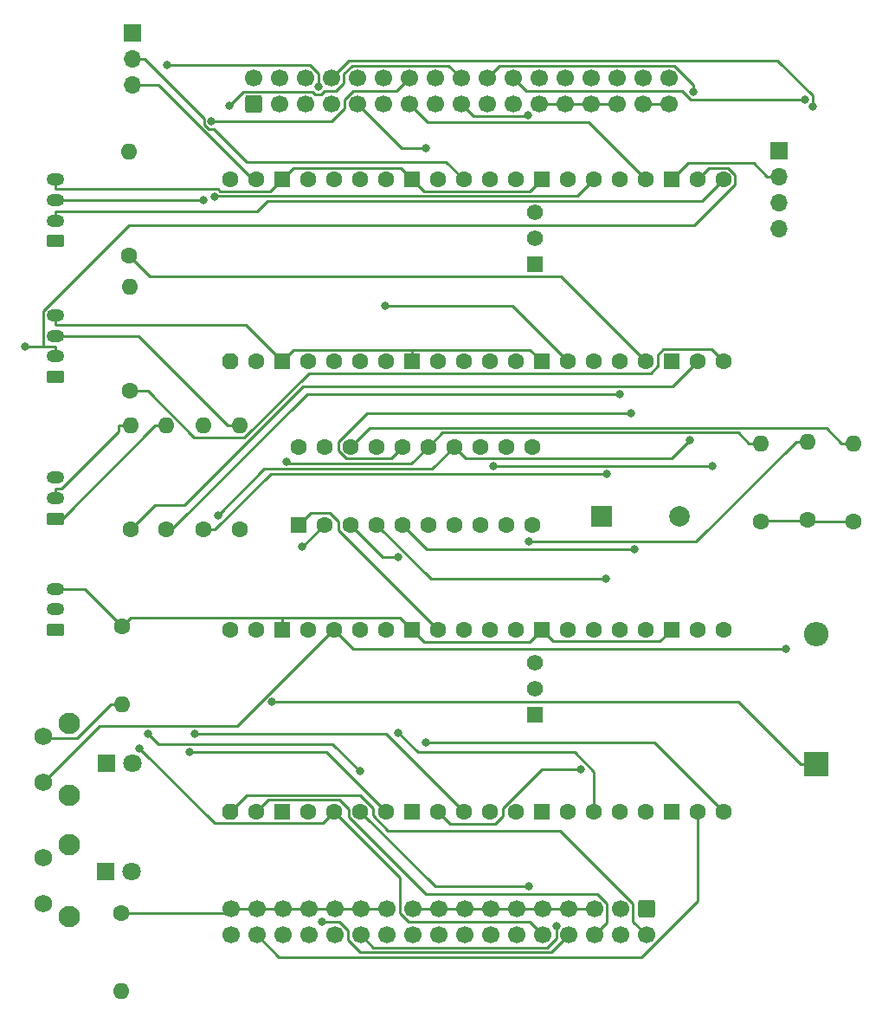
<source format=gbr>
%TF.GenerationSoftware,KiCad,Pcbnew,9.0.0*%
%TF.CreationDate,2025-03-03T15:33:34+01:00*%
%TF.ProjectId,X68KFDPI2,5836384b-4644-4504-9932-2e6b69636164,rev?*%
%TF.SameCoordinates,Original*%
%TF.FileFunction,Copper,L2,Bot*%
%TF.FilePolarity,Positive*%
%FSLAX46Y46*%
G04 Gerber Fmt 4.6, Leading zero omitted, Abs format (unit mm)*
G04 Created by KiCad (PCBNEW 9.0.0) date 2025-03-03 15:33:34*
%MOMM*%
%LPD*%
G01*
G04 APERTURE LIST*
G04 Aperture macros list*
%AMRoundRect*
0 Rectangle with rounded corners*
0 $1 Rounding radius*
0 $2 $3 $4 $5 $6 $7 $8 $9 X,Y pos of 4 corners*
0 Add a 4 corners polygon primitive as box body*
4,1,4,$2,$3,$4,$5,$6,$7,$8,$9,$2,$3,0*
0 Add four circle primitives for the rounded corners*
1,1,$1+$1,$2,$3*
1,1,$1+$1,$4,$5*
1,1,$1+$1,$6,$7*
1,1,$1+$1,$8,$9*
0 Add four rect primitives between the rounded corners*
20,1,$1+$1,$2,$3,$4,$5,0*
20,1,$1+$1,$4,$5,$6,$7,0*
20,1,$1+$1,$6,$7,$8,$9,0*
20,1,$1+$1,$8,$9,$2,$3,0*%
%AMFreePoly0*
4,1,25,0.335306,0.780194,0.389950,0.741421,0.741421,0.389950,0.788777,0.314585,0.800000,0.248529,0.800000,-0.248529,0.780194,-0.335306,0.741421,-0.389950,0.389950,-0.741421,0.314585,-0.788777,0.248529,-0.800000,-0.248529,-0.800000,-0.335306,-0.780194,-0.389950,-0.741421,-0.741421,-0.389950,-0.788777,-0.314585,-0.800000,-0.248529,-0.800000,0.248529,-0.780194,0.335306,-0.741421,0.389950,
-0.389950,0.741421,-0.314585,0.788777,-0.248529,0.800000,0.248529,0.800000,0.335306,0.780194,0.335306,0.780194,$1*%
G04 Aperture macros list end*
%TA.AperFunction,ComponentPad*%
%ADD10RoundRect,0.250000X0.625000X-0.350000X0.625000X0.350000X-0.625000X0.350000X-0.625000X-0.350000X0*%
%TD*%
%TA.AperFunction,ComponentPad*%
%ADD11O,1.750000X1.200000*%
%TD*%
%TA.AperFunction,ComponentPad*%
%ADD12C,1.600000*%
%TD*%
%TA.AperFunction,ComponentPad*%
%ADD13O,1.600000X1.600000*%
%TD*%
%TA.AperFunction,ComponentPad*%
%ADD14FreePoly0,90.000000*%
%TD*%
%TA.AperFunction,ComponentPad*%
%ADD15RoundRect,0.200000X0.600000X-0.600000X0.600000X0.600000X-0.600000X0.600000X-0.600000X-0.600000X0*%
%TD*%
%TA.AperFunction,ComponentPad*%
%ADD16R,1.574800X1.574800*%
%TD*%
%TA.AperFunction,ComponentPad*%
%ADD17C,1.574800*%
%TD*%
%TA.AperFunction,ComponentPad*%
%ADD18R,1.700000X1.700000*%
%TD*%
%TA.AperFunction,ComponentPad*%
%ADD19O,1.700000X1.700000*%
%TD*%
%TA.AperFunction,ComponentPad*%
%ADD20RoundRect,0.250000X0.550000X-0.550000X0.550000X0.550000X-0.550000X0.550000X-0.550000X-0.550000X0*%
%TD*%
%TA.AperFunction,ComponentPad*%
%ADD21RoundRect,0.250000X-0.600000X0.600000X-0.600000X-0.600000X0.600000X-0.600000X0.600000X0.600000X0*%
%TD*%
%TA.AperFunction,ComponentPad*%
%ADD22C,1.700000*%
%TD*%
%TA.AperFunction,ComponentPad*%
%ADD23R,1.800000X1.800000*%
%TD*%
%TA.AperFunction,ComponentPad*%
%ADD24C,1.800000*%
%TD*%
%TA.AperFunction,ComponentPad*%
%ADD25R,2.400000X2.400000*%
%TD*%
%TA.AperFunction,ComponentPad*%
%ADD26O,2.400000X2.400000*%
%TD*%
%TA.AperFunction,ComponentPad*%
%ADD27RoundRect,0.250000X0.600000X-0.600000X0.600000X0.600000X-0.600000X0.600000X-0.600000X-0.600000X0*%
%TD*%
%TA.AperFunction,ComponentPad*%
%ADD28C,2.100000*%
%TD*%
%TA.AperFunction,ComponentPad*%
%ADD29C,1.750000*%
%TD*%
%TA.AperFunction,ComponentPad*%
%ADD30R,2.000000X2.000000*%
%TD*%
%TA.AperFunction,ComponentPad*%
%ADD31C,2.000000*%
%TD*%
%TA.AperFunction,ViaPad*%
%ADD32C,0.800000*%
%TD*%
%TA.AperFunction,Conductor*%
%ADD33C,0.250000*%
%TD*%
G04 APERTURE END LIST*
D10*
%TO.P,J7,1,Pin_1*%
%TO.N,LED0R*%
X72900000Y-94235000D03*
D11*
%TO.P,J7,2,Pin_2*%
%TO.N,Net-(J7-Pin_2)*%
X72900000Y-92235000D03*
%TO.P,J7,3,Pin_3*%
%TO.N,GND*%
X72900000Y-90235000D03*
%TD*%
D12*
%TO.P,R2,1*%
%TO.N,LED_F1_Red*%
X80125000Y-81775000D03*
D13*
%TO.P,R2,2*%
%TO.N,Net-(J8-Pin_2)*%
X80125000Y-71615000D03*
%TD*%
D14*
%TO.P,U1,1,GPIO0*%
%TO.N,unconnected-(U1-GPIO0-Pad1)*%
X89960000Y-78880000D03*
D12*
%TO.P,U1,2,GPIO1*%
%TO.N,unconnected-(U1-GPIO1-Pad2)*%
X92500000Y-78880000D03*
D15*
%TO.P,U1,3,GND*%
%TO.N,GND*%
X95040000Y-78880000D03*
D12*
%TO.P,U1,4,GPIO2*%
%TO.N,~{OPT0}*%
X97580000Y-78880000D03*
%TO.P,U1,5,GPIO3*%
%TO.N,~{OPT1}*%
X100120000Y-78880000D03*
%TO.P,U1,6,GPIO4*%
%TO.N,~{OPT2}*%
X102660000Y-78880000D03*
%TO.P,U1,7,GPIO5*%
%TO.N,~{OPT3}*%
X105200000Y-78880000D03*
D15*
%TO.P,U1,8,GND*%
%TO.N,GND*%
X107740000Y-78880000D03*
D12*
%TO.P,U1,9,GPIO6*%
%TO.N,~{EJECT}*%
X110280000Y-78880000D03*
%TO.P,U1,10,GPIO7*%
%TO.N,~{INSERTED}*%
X112820000Y-78880000D03*
%TO.P,U1,11,GPIO8*%
%TO.N,~{FDDINT}*%
X115360000Y-78880000D03*
%TO.P,U1,12,GPIO9*%
%TO.N,~{ERROR}*%
X117900000Y-78880000D03*
D15*
%TO.P,U1,13,GND*%
%TO.N,GND*%
X120440000Y-78880000D03*
D12*
%TO.P,U1,14,GPIO10*%
%TO.N,~{EjectMSK}*%
X122980000Y-78880000D03*
%TO.P,U1,15,GPIO11*%
%TO.N,~{MOTOR}*%
X125520000Y-78880000D03*
%TO.P,U1,16,GPIO12*%
%TO.N,LEDFD0*%
X128060000Y-78880000D03*
%TO.P,U1,17,GPIO13*%
%TO.N,LEDFD1*%
X130600000Y-78880000D03*
D15*
%TO.P,U1,18,GND*%
%TO.N,GND*%
X133140000Y-78880000D03*
D12*
%TO.P,U1,19,GPIO14*%
%TO.N,LED_F0_Red*%
X135680000Y-78880000D03*
%TO.P,U1,20,GPIO15*%
%TO.N,LED_F1_Red*%
X138220000Y-78880000D03*
%TO.P,U1,21,GPIO16*%
%TO.N,BT_FD0*%
X138220000Y-61100000D03*
%TO.P,U1,22,GPIO17*%
%TO.N,BT_FD1*%
X135680000Y-61100000D03*
D15*
%TO.P,U1,23,GND*%
%TO.N,GND*%
X133140000Y-61100000D03*
D12*
%TO.P,U1,24,GPIO18*%
%TO.N,~{LED_BLINK}*%
X130600000Y-61100000D03*
%TO.P,U1,25,GPIO19*%
%TO.N,BT__LED_FD0*%
X128060000Y-61100000D03*
%TO.P,U1,26,GPIO20*%
%TO.N,BT__LED_FD1*%
X125520000Y-61100000D03*
%TO.P,U1,27,GPIO21*%
%TO.N,FD0_En*%
X122980000Y-61100000D03*
D15*
%TO.P,U1,28,GND*%
%TO.N,GND*%
X120440000Y-61100000D03*
D12*
%TO.P,U1,29,GPIO22*%
%TO.N,FD1_En*%
X117900000Y-61100000D03*
%TO.P,U1,30,RUN*%
%TO.N,unconnected-(U1-RUN-Pad30)*%
X115360000Y-61100000D03*
%TO.P,U1,31,GPIO26_ADC0*%
%TO.N,Int{slash}Ext*%
X112820000Y-61100000D03*
%TO.P,U1,32,GPIO27_ADC1*%
%TO.N,unconnected-(U1-GPIO27_ADC1-Pad32)_1*%
X110280000Y-61100000D03*
D15*
%TO.P,U1,33,AGND*%
%TO.N,GND*%
X107740000Y-61100000D03*
D12*
%TO.P,U1,34,GPIO28_ADC2*%
%TO.N,unconnected-(U1-GPIO28_ADC2-Pad34)_1*%
X105200000Y-61100000D03*
%TO.P,U1,35,ADC_VREF*%
%TO.N,unconnected-(U1-ADC_VREF-Pad35)*%
X102660000Y-61100000D03*
%TO.P,U1,36,3V3*%
%TO.N,unconnected-(U1-3V3-Pad36)*%
X100120000Y-61100000D03*
%TO.P,U1,37,3V3_EN*%
%TO.N,unconnected-(U1-3V3_EN-Pad37)*%
X97580000Y-61100000D03*
D15*
%TO.P,U1,38,GND*%
%TO.N,GND*%
X95040000Y-61100000D03*
D12*
%TO.P,U1,39,VSYS*%
%TO.N,5vtoPico*%
X92500000Y-61100000D03*
%TO.P,U1,40,VBUS*%
%TO.N,unconnected-(U1-VBUS-Pad40)_1*%
X89960000Y-61100000D03*
D16*
%TO.P,U1,41,SWCLK*%
%TO.N,unconnected-(U1-SWCLK-Pad41)*%
X119790000Y-69405800D03*
D17*
%TO.P,U1,42,GND*%
%TO.N,GND*%
X119790000Y-66865800D03*
%TO.P,U1,43,SWDIO*%
%TO.N,unconnected-(U1-SWDIO-Pad43)*%
X119790000Y-64325800D03*
%TD*%
D12*
%TO.P,R7,1*%
%TO.N,GND*%
X79400000Y-104765000D03*
D13*
%TO.P,R7,2*%
%TO.N,BT_FD0*%
X79400000Y-112385000D03*
%TD*%
D12*
%TO.P,R5,1*%
%TO.N,BT__LED_FD0*%
X87300000Y-95325000D03*
D13*
%TO.P,R5,2*%
%TO.N,Net-(J3-Pin_3)*%
X87300000Y-85165000D03*
%TD*%
D10*
%TO.P,J4,1,Pin_1*%
%TO.N,5vtoPico*%
X72900000Y-80385000D03*
D11*
%TO.P,J4,2,Pin_2*%
%TO.N,BT_FD1*%
X72900000Y-78385000D03*
%TO.P,J4,3,Pin_3*%
%TO.N,Net-(J4-Pin_3)*%
X72900000Y-76385000D03*
%TO.P,J4,4,Pin_4*%
%TO.N,GND*%
X72900000Y-74385000D03*
%TD*%
D18*
%TO.P,J9,1,Pin_1*%
%TO.N,+5V*%
X143650000Y-58250000D03*
D19*
%TO.P,J9,2,Pin_2*%
%TO.N,GND*%
X143650000Y-60790000D03*
%TO.P,J9,3,Pin_3*%
X143650000Y-63330000D03*
%TO.P,J9,4,Pin_4*%
%TO.N,unconnected-(J9-Pin_4-Pad4)*%
X143650000Y-65870000D03*
%TD*%
D12*
%TO.P,R1,1*%
%TO.N,LEDFD1*%
X80075000Y-68555000D03*
D13*
%TO.P,R1,2*%
%TO.N,LED1R*%
X80075000Y-58395000D03*
%TD*%
D20*
%TO.P,U2,1,A->B*%
%TO.N,LVC245_EN*%
X96650000Y-94825000D03*
D12*
%TO.P,U2,2,A0*%
%TO.N,~{INDEX3v3}*%
X99190000Y-94825000D03*
%TO.P,U2,3,A1*%
%TO.N,~{TRK03v3}*%
X101730000Y-94825000D03*
%TO.P,U2,4,A2*%
%TO.N,~{WPROT3v3}*%
X104270000Y-94825000D03*
%TO.P,U2,5,A3*%
%TO.N,~{RDATA3v3}*%
X106810000Y-94825000D03*
%TO.P,U2,6,A4*%
%TO.N,~{RDY3v3}*%
X109350000Y-94825000D03*
%TO.P,U2,7,A5*%
%TO.N,unconnected-(U2-A5-Pad7)*%
X111890000Y-94825000D03*
%TO.P,U2,8,A6*%
%TO.N,unconnected-(U2-A6-Pad8)*%
X114430000Y-94825000D03*
%TO.P,U2,9,A7*%
%TO.N,unconnected-(U2-A7-Pad9)*%
X116970000Y-94825000D03*
%TO.P,U2,10,GND*%
%TO.N,GND*%
X119510000Y-94825000D03*
%TO.P,U2,11,B7*%
%TO.N,unconnected-(U2-B7-Pad11)*%
X119510000Y-87205000D03*
%TO.P,U2,12,B6*%
%TO.N,unconnected-(U2-B6-Pad12)*%
X116970000Y-87205000D03*
%TO.P,U2,13,B5*%
%TO.N,unconnected-(U2-B5-Pad13)*%
X114430000Y-87205000D03*
%TO.P,U2,14,B4*%
%TO.N,~{RDY}*%
X111890000Y-87205000D03*
%TO.P,U2,15,B3*%
%TO.N,~{RDATA}*%
X109350000Y-87205000D03*
%TO.P,U2,16,B2*%
%TO.N,~{WPROT}*%
X106810000Y-87205000D03*
%TO.P,U2,17,B1*%
%TO.N,~{TRK0}*%
X104270000Y-87205000D03*
%TO.P,U2,18,B0*%
%TO.N,~{INDEX}*%
X101730000Y-87205000D03*
%TO.P,U2,19,CE*%
%TO.N,GND*%
X99190000Y-87205000D03*
%TO.P,U2,20,VCC*%
%TO.N,+3.3V*%
X96650000Y-87205000D03*
%TD*%
%TO.P,R8,1*%
%TO.N,GND*%
X79275000Y-132825000D03*
D13*
%TO.P,R8,2*%
%TO.N,BT_FD1*%
X79275000Y-140445000D03*
%TD*%
D12*
%TO.P,R4,1*%
%TO.N,LEDFD0*%
X83700000Y-95325000D03*
D13*
%TO.P,R4,2*%
%TO.N,LED0R*%
X83700000Y-85165000D03*
%TD*%
D12*
%TO.P,R3,1*%
%TO.N,LED_F0_Red*%
X80200000Y-95325000D03*
D13*
%TO.P,R3,2*%
%TO.N,Net-(J7-Pin_2)*%
X80200000Y-85165000D03*
%TD*%
D12*
%TO.P,R9,1*%
%TO.N,5vtoPico*%
X141825000Y-94495000D03*
D13*
%TO.P,R9,2*%
%TO.N,~{RDATA}*%
X141825000Y-86875000D03*
%TD*%
D21*
%TO.P,J1,1,Pin_1*%
%TO.N,GND*%
X130685000Y-132385000D03*
D22*
%TO.P,J1,2,Pin_2*%
%TO.N,~{DENSITY}*%
X130685000Y-134925000D03*
%TO.P,J1,3,Pin_3*%
%TO.N,unconnected-(J1-Pin_3-Pad3)*%
X128145000Y-132385000D03*
%TO.P,J1,4,Pin_4*%
%TO.N,unconnected-(J1-Pin_4-Pad4)*%
X128145000Y-134925000D03*
%TO.P,J1,5,Pin_5*%
%TO.N,GND*%
X125605000Y-132385000D03*
%TO.P,J1,6,Pin_6*%
%TO.N,~{DS3}*%
X125605000Y-134925000D03*
%TO.P,J1,7,Pin_7*%
%TO.N,GND*%
X123065000Y-132385000D03*
%TO.P,J1,8,Pin_8*%
%TO.N,~{INDEX}*%
X123065000Y-134925000D03*
%TO.P,J1,9,Pin_9*%
%TO.N,GND*%
X120525000Y-132385000D03*
%TO.P,J1,10,Pin_10*%
%TO.N,~{DS0}*%
X120525000Y-134925000D03*
%TO.P,J1,11,Pin_11*%
%TO.N,GND*%
X117985000Y-132385000D03*
%TO.P,J1,12,Pin_12*%
%TO.N,~{DS1}*%
X117985000Y-134925000D03*
%TO.P,J1,13,Pin_13*%
%TO.N,GND*%
X115445000Y-132385000D03*
%TO.P,J1,14,Pin_14*%
%TO.N,~{DS2}*%
X115445000Y-134925000D03*
%TO.P,J1,15,Pin_15*%
%TO.N,GND*%
X112905000Y-132385000D03*
%TO.P,J1,16,Pin_16*%
%TO.N,~{MOTOR}*%
X112905000Y-134925000D03*
%TO.P,J1,17,Pin_17*%
%TO.N,GND*%
X110365000Y-132385000D03*
%TO.P,J1,18,Pin_18*%
%TO.N,~{DIR}*%
X110365000Y-134925000D03*
%TO.P,J1,19,Pin_19*%
%TO.N,GND*%
X107825000Y-132385000D03*
%TO.P,J1,20,Pin_20*%
%TO.N,~{STEP}*%
X107825000Y-134925000D03*
%TO.P,J1,21,Pin_21*%
%TO.N,GND*%
X105285000Y-132385000D03*
%TO.P,J1,22,Pin_22*%
%TO.N,~{WDATA}*%
X105285000Y-134925000D03*
%TO.P,J1,23,Pin_23*%
%TO.N,GND*%
X102745000Y-132385000D03*
%TO.P,J1,24,Pin_24*%
%TO.N,~{WGATE}*%
X102745000Y-134925000D03*
%TO.P,J1,25,Pin_25*%
%TO.N,GND*%
X100205000Y-132385000D03*
%TO.P,J1,26,Pin_26*%
%TO.N,~{TRK0}*%
X100205000Y-134925000D03*
%TO.P,J1,27,Pin_27*%
%TO.N,GND*%
X97665000Y-132385000D03*
%TO.P,J1,28,Pin_28*%
%TO.N,~{WPROT}*%
X97665000Y-134925000D03*
%TO.P,J1,29,Pin_29*%
%TO.N,GND*%
X95125000Y-132385000D03*
%TO.P,J1,30,Pin_30*%
%TO.N,~{RDATA}*%
X95125000Y-134925000D03*
%TO.P,J1,31,Pin_31*%
%TO.N,GND*%
X92585000Y-132385000D03*
%TO.P,J1,32,Pin_32*%
%TO.N,~{SIDE}*%
X92585000Y-134925000D03*
%TO.P,J1,33,Pin_33*%
%TO.N,GND*%
X90045000Y-132385000D03*
%TO.P,J1,34,Pin_34*%
%TO.N,~{RDY}*%
X90045000Y-134925000D03*
%TD*%
D14*
%TO.P,RP1,1,G0*%
%TO.N,~{DENSITY}*%
X89960000Y-122880000D03*
D12*
%TO.P,RP1,2,G1*%
%TO.N,~{DS3}*%
X92500000Y-122880000D03*
D15*
%TO.P,RP1,3,GND*%
%TO.N,GND*%
X95040000Y-122880000D03*
D12*
%TO.P,RP1,4,G2*%
%TO.N,~{INDEX3v3}*%
X97580000Y-122880000D03*
%TO.P,RP1,5,G3*%
%TO.N,~{DS0}*%
X100120000Y-122880000D03*
%TO.P,RP1,6,G4*%
%TO.N,~{DS1}*%
X102660000Y-122880000D03*
%TO.P,RP1,7,G5*%
%TO.N,~{DS2}*%
X105200000Y-122880000D03*
D15*
%TO.P,RP1,8,GND*%
%TO.N,GND*%
X107740000Y-122880000D03*
D12*
%TO.P,RP1,9,G6*%
%TO.N,~{MOTOR}*%
X110280000Y-122880000D03*
%TO.P,RP1,10,G7*%
%TO.N,~{DIR}*%
X112820000Y-122880000D03*
%TO.P,RP1,11,G8*%
%TO.N,~{STEP}*%
X115360000Y-122880000D03*
%TO.P,RP1,12,G9*%
%TO.N,~{WDATA}*%
X117900000Y-122880000D03*
D15*
%TO.P,RP1,13,GND*%
%TO.N,GND*%
X120440000Y-122880000D03*
D12*
%TO.P,RP1,14,G10*%
%TO.N,~{WGATE}*%
X122980000Y-122880000D03*
%TO.P,RP1,15,G11*%
%TO.N,~{TRK03v3}*%
X125520000Y-122880000D03*
%TO.P,RP1,16,G12*%
%TO.N,~{WPROT3v3}*%
X128060000Y-122880000D03*
%TO.P,RP1,17,G13*%
%TO.N,~{RDATA3v3}*%
X130600000Y-122880000D03*
D15*
%TO.P,RP1,18,GND*%
%TO.N,GND*%
X133140000Y-122880000D03*
D12*
%TO.P,RP1,19,G14*%
%TO.N,~{SIDE}*%
X135680000Y-122880000D03*
%TO.P,RP1,20,G15*%
%TO.N,~{RDY3v3}*%
X138220000Y-122880000D03*
%TO.P,RP1,21,G16*%
%TO.N,MISO*%
X138220000Y-105100000D03*
%TO.P,RP1,22,G17*%
%TO.N,CS*%
X135680000Y-105100000D03*
D15*
%TO.P,RP1,23,GND*%
%TO.N,GND*%
X133140000Y-105100000D03*
D12*
%TO.P,RP1,24,G18*%
%TO.N,SCK*%
X130600000Y-105100000D03*
%TO.P,RP1,25,G19*%
%TO.N,MOSI*%
X128060000Y-105100000D03*
%TO.P,RP1,26,G20*%
%TO.N,Buzzer*%
X125520000Y-105100000D03*
%TO.P,RP1,27,G21*%
%TO.N,FD0_En*%
X122980000Y-105100000D03*
D15*
%TO.P,RP1,28,GND*%
%TO.N,GND*%
X120440000Y-105100000D03*
D12*
%TO.P,RP1,29,G22*%
%TO.N,FD1_En*%
X117900000Y-105100000D03*
%TO.P,RP1,30,RUN*%
%TO.N,unconnected-(RP1-RUN-Pad30)_1*%
X115360000Y-105100000D03*
%TO.P,RP1,31,G26*%
%TO.N,Int{slash}Ext*%
X112820000Y-105100000D03*
%TO.P,RP1,32,G27*%
%TO.N,LVC245_EN*%
X110280000Y-105100000D03*
D15*
%TO.P,RP1,33,A_GND*%
%TO.N,GND*%
X107740000Y-105100000D03*
D12*
%TO.P,RP1,34,G28*%
%TO.N,unconnected-(RP1-G28-Pad34)*%
X105200000Y-105100000D03*
%TO.P,RP1,35,ADC_VREF*%
%TO.N,unconnected-(RP1-ADC_VREF-Pad35)*%
X102660000Y-105100000D03*
%TO.P,RP1,36,3v3*%
%TO.N,+3.3V*%
X100120000Y-105100000D03*
%TO.P,RP1,37,3v3_EN*%
%TO.N,unconnected-(RP1-3v3_EN-Pad37)_1*%
X97580000Y-105100000D03*
D15*
%TO.P,RP1,38,GND*%
%TO.N,GND*%
X95040000Y-105100000D03*
D12*
%TO.P,RP1,39,VSYS*%
%TO.N,5vtoPico*%
X92500000Y-105100000D03*
%TO.P,RP1,40,VBUS_5V*%
%TO.N,unconnected-(RP1-VBUS_5V-Pad40)_1*%
X89960000Y-105100000D03*
D16*
%TO.P,RP1,41*%
%TO.N,N/C*%
X119790000Y-113405800D03*
D17*
%TO.P,RP1,42*%
X119790000Y-110865800D03*
%TO.P,RP1,43*%
X119790000Y-108325800D03*
%TD*%
D12*
%TO.P,R10,1*%
%TO.N,5vtoPico*%
X146450000Y-94320000D03*
D13*
%TO.P,R10,2*%
%TO.N,~{WDATA}*%
X146450000Y-86700000D03*
%TD*%
D12*
%TO.P,R11,1*%
%TO.N,5vtoPico*%
X150900000Y-94495000D03*
D13*
%TO.P,R11,2*%
%TO.N,~{INDEX}*%
X150900000Y-86875000D03*
%TD*%
D18*
%TO.P,J13,1,Pin_1*%
%TO.N,GND*%
X80375000Y-46770000D03*
D19*
%TO.P,J13,2,Pin_2*%
%TO.N,Int{slash}Ext*%
X80375000Y-49310000D03*
%TO.P,J13,3,Pin_3*%
%TO.N,5vtoPico*%
X80375000Y-51850000D03*
%TD*%
D23*
%TO.P,D3,1,K*%
%TO.N,GND*%
X77785000Y-128750000D03*
D24*
%TO.P,D3,2,A*%
%TO.N,LED1R*%
X80325000Y-128750000D03*
%TD*%
D25*
%TO.P,D1,1,K*%
%TO.N,5vtoPico*%
X147300000Y-118200000D03*
D26*
%TO.P,D1,2,A*%
%TO.N,+5V*%
X147300000Y-105500000D03*
%TD*%
D27*
%TO.P,J2,1,Pin_1*%
%TO.N,~{OPT0}*%
X92220000Y-53715000D03*
D22*
%TO.P,J2,2,Pin_2*%
%TO.N,~{DENSITY}*%
X92220000Y-51175000D03*
%TO.P,J2,3,Pin_3*%
%TO.N,~{OPT1}*%
X94760000Y-53715000D03*
%TO.P,J2,4,Pin_4*%
%TO.N,unconnected-(J2-Pin_4-Pad4)*%
X94760000Y-51175000D03*
%TO.P,J2,5,Pin_5*%
%TO.N,~{OPT2}*%
X97300000Y-53715000D03*
%TO.P,J2,6,Pin_6*%
%TO.N,~{DS3}*%
X97300000Y-51175000D03*
%TO.P,J2,7,Pin_7*%
%TO.N,~{OPT3}*%
X99840000Y-53715000D03*
%TO.P,J2,8,Pin_8*%
%TO.N,~{INDEX}*%
X99840000Y-51175000D03*
%TO.P,J2,9,Pin_9*%
%TO.N,~{EJECT}*%
X102380000Y-53715000D03*
%TO.P,J2,10,Pin_10*%
%TO.N,~{DS0}*%
X102380000Y-51175000D03*
%TO.P,J2,11,Pin_11*%
%TO.N,~{EjectMSK}*%
X104920000Y-53715000D03*
%TO.P,J2,12,Pin_12*%
%TO.N,~{DS1}*%
X104920000Y-51175000D03*
%TO.P,J2,13,Pin_13*%
%TO.N,~{LED_BLINK}*%
X107460000Y-53715000D03*
%TO.P,J2,14,Pin_14*%
%TO.N,~{DS2}*%
X107460000Y-51175000D03*
%TO.P,J2,15,Pin_15*%
%TO.N,~{INSERTED}*%
X110000000Y-53715000D03*
%TO.P,J2,16,Pin_16*%
%TO.N,~{MOTOR}*%
X110000000Y-51175000D03*
%TO.P,J2,17,Pin_17*%
%TO.N,~{ERROR}*%
X112540000Y-53715000D03*
%TO.P,J2,18,Pin_18*%
%TO.N,~{DIR}*%
X112540000Y-51175000D03*
%TO.P,J2,19,Pin_19*%
%TO.N,~{FDDINT}*%
X115080000Y-53715000D03*
%TO.P,J2,20,Pin_20*%
%TO.N,~{STEP}*%
X115080000Y-51175000D03*
%TO.P,J2,21,Pin_21*%
%TO.N,GND*%
X117620000Y-53715000D03*
%TO.P,J2,22,Pin_22*%
%TO.N,~{WDATA}*%
X117620000Y-51175000D03*
%TO.P,J2,23,Pin_23*%
%TO.N,GND*%
X120160000Y-53715000D03*
%TO.P,J2,24,Pin_24*%
%TO.N,~{WGATE}*%
X120160000Y-51175000D03*
%TO.P,J2,25,Pin_25*%
%TO.N,GND*%
X122700000Y-53715000D03*
%TO.P,J2,26,Pin_26*%
%TO.N,~{TRK0}*%
X122700000Y-51175000D03*
%TO.P,J2,27,Pin_27*%
%TO.N,GND*%
X125240000Y-53715000D03*
%TO.P,J2,28,Pin_28*%
%TO.N,~{WPROT}*%
X125240000Y-51175000D03*
%TO.P,J2,29,Pin_29*%
%TO.N,GND*%
X127780000Y-53715000D03*
%TO.P,J2,30,Pin_30*%
%TO.N,~{RDATA}*%
X127780000Y-51175000D03*
%TO.P,J2,31,Pin_31*%
%TO.N,GND*%
X130320000Y-53715000D03*
%TO.P,J2,32,Pin_32*%
%TO.N,~{SIDE}*%
X130320000Y-51175000D03*
%TO.P,J2,33,Pin_33*%
%TO.N,GND*%
X132860000Y-53715000D03*
%TO.P,J2,34,Pin_34*%
%TO.N,~{RDY}*%
X132860000Y-51175000D03*
%TD*%
D28*
%TO.P,SW1,*%
%TO.N,*%
X74175000Y-121250000D03*
X74175000Y-114240000D03*
D29*
%TO.P,SW1,1,1*%
%TO.N,+3.3V*%
X71685000Y-120000000D03*
%TO.P,SW1,2,2*%
%TO.N,BT_FD0*%
X71685000Y-115500000D03*
%TD*%
D10*
%TO.P,J8,1,Pin_1*%
%TO.N,LED1R*%
X72900000Y-105110000D03*
D11*
%TO.P,J8,2,Pin_2*%
%TO.N,Net-(J8-Pin_2)*%
X72900000Y-103110000D03*
%TO.P,J8,3,Pin_3*%
%TO.N,GND*%
X72900000Y-101110000D03*
%TD*%
D30*
%TO.P,BZ1,1,+*%
%TO.N,Buzzer*%
X126275000Y-93975000D03*
D31*
%TO.P,BZ1,2,-*%
%TO.N,GND*%
X133875000Y-93975000D03*
%TD*%
D28*
%TO.P,SW2,*%
%TO.N,*%
X74175000Y-133135000D03*
X74175000Y-126125000D03*
D29*
%TO.P,SW2,1,1*%
%TO.N,+3.3V*%
X71685000Y-131885000D03*
%TO.P,SW2,2,2*%
%TO.N,BT_FD1*%
X71685000Y-127385000D03*
%TD*%
D10*
%TO.P,J3,1,Pin_1*%
%TO.N,5vtoPico*%
X72900000Y-67110000D03*
D11*
%TO.P,J3,2,Pin_2*%
%TO.N,BT_FD0*%
X72900000Y-65110000D03*
%TO.P,J3,3,Pin_3*%
%TO.N,Net-(J3-Pin_3)*%
X72900000Y-63110000D03*
%TO.P,J3,4,Pin_4*%
%TO.N,GND*%
X72900000Y-61110000D03*
%TD*%
D23*
%TO.P,D2,1,K*%
%TO.N,GND*%
X77860000Y-118150000D03*
D24*
%TO.P,D2,2,A*%
%TO.N,LED0R*%
X80400000Y-118150000D03*
%TD*%
D12*
%TO.P,R6,1*%
%TO.N,BT__LED_FD1*%
X90875000Y-95325000D03*
D13*
%TO.P,R6,2*%
%TO.N,Net-(J4-Pin_3)*%
X90875000Y-85165000D03*
%TD*%
D32*
%TO.N,~{RDATA3v3}*%
X129473300Y-97202600D03*
%TO.N,~{TRK03v3}*%
X106419800Y-97977000D03*
X106419800Y-115156800D03*
%TO.N,~{INDEX3v3}*%
X97011300Y-97003700D03*
%TO.N,~{RDY3v3}*%
X109097100Y-116085300D03*
%TO.N,~{WPROT3v3}*%
X126730500Y-100124700D03*
%TO.N,5vtoPico*%
X94036500Y-112097400D03*
%TO.N,+3.3V*%
X144348400Y-106927700D03*
%TO.N,BT__LED_FD1*%
X88450300Y-62774300D03*
%TO.N,BT__LED_FD0*%
X126790000Y-89847100D03*
%TO.N,Net-(J3-Pin_3)*%
X87300000Y-63110000D03*
%TO.N,LEDFD0*%
X128060000Y-82064300D03*
%TO.N,BT_FD1*%
X69896500Y-77392700D03*
%TO.N,~{ERROR}*%
X119124900Y-54798700D03*
%TO.N,~{EjectMSK}*%
X105089000Y-73446000D03*
%TO.N,~{EJECT}*%
X109097000Y-58072900D03*
%TO.N,~{RDY}*%
X134937200Y-86564500D03*
X88739000Y-93890200D03*
%TO.N,~{RDATA}*%
X95505300Y-88668700D03*
%TO.N,~{WPROT}*%
X129186700Y-83936700D03*
%TO.N,~{WGATE}*%
X121856300Y-134070400D03*
%TO.N,~{WDATA}*%
X146178300Y-53247800D03*
X119169700Y-96472100D03*
%TO.N,~{STEP}*%
X135261400Y-52504100D03*
X137088400Y-89091100D03*
X115700000Y-89091100D03*
%TO.N,~{DIR}*%
X89872400Y-53906200D03*
X86488400Y-115230900D03*
%TO.N,~{MOTOR}*%
X124250000Y-118768600D03*
%TO.N,~{DS2}*%
X88131900Y-55406000D03*
X85979300Y-117064000D03*
%TO.N,~{DS1}*%
X119165800Y-130208700D03*
X81914900Y-115233200D03*
X102660000Y-118912000D03*
%TO.N,~{DS0}*%
X98570100Y-51989700D03*
X83783700Y-49936300D03*
X81078300Y-116700600D03*
%TO.N,~{INDEX}*%
X146905000Y-53957500D03*
X98935100Y-133655100D03*
%TD*%
D33*
%TO.N,~{RDATA3v3}*%
X109187600Y-97202600D02*
X129473300Y-97202600D01*
X106810000Y-94825000D02*
X109187600Y-97202600D01*
%TO.N,~{TRK03v3}*%
X104882000Y-97977000D02*
X106419800Y-97977000D01*
X101730000Y-94825000D02*
X104882000Y-97977000D01*
X108337700Y-117074700D02*
X106419800Y-115156800D01*
X123624700Y-117074700D02*
X108337700Y-117074700D01*
X125520000Y-118970000D02*
X123624700Y-117074700D01*
X125520000Y-122880000D02*
X125520000Y-118970000D01*
%TO.N,~{INDEX3v3}*%
X99190000Y-94825000D02*
X97011300Y-97003700D01*
%TO.N,~{RDY3v3}*%
X131425300Y-116085300D02*
X138220000Y-122880000D01*
X109097100Y-116085300D02*
X131425300Y-116085300D01*
%TO.N,~{WPROT3v3}*%
X104295500Y-94825000D02*
X104270000Y-94825000D01*
X109595200Y-100124700D02*
X104295500Y-94825000D01*
X126730500Y-100124700D02*
X109595200Y-100124700D01*
%TO.N,LVC245_EN*%
X100534100Y-95354100D02*
X110280000Y-105100000D01*
X100534100Y-94526100D02*
X100534100Y-95354100D01*
X99679800Y-93671800D02*
X100534100Y-94526100D01*
X97803200Y-93671800D02*
X99679800Y-93671800D01*
X96650000Y-94825000D02*
X97803200Y-93671800D01*
%TO.N,Int{slash}Ext*%
X80375000Y-49310000D02*
X81551700Y-49310000D01*
X111075300Y-59355300D02*
X112820000Y-61100000D01*
X91597000Y-59355300D02*
X111075300Y-59355300D01*
X88374400Y-56132700D02*
X91597000Y-59355300D01*
X87831000Y-56132700D02*
X88374400Y-56132700D01*
X87405200Y-55706900D02*
X87831000Y-56132700D01*
X87405200Y-55163500D02*
X87405200Y-55706900D01*
X81551700Y-49310000D02*
X87405200Y-55163500D01*
%TO.N,5vtoPico*%
X146450000Y-94407500D02*
X146450000Y-94320000D01*
X146537500Y-94495000D02*
X146450000Y-94407500D01*
X150900000Y-94495000D02*
X146537500Y-94495000D01*
X141912500Y-94407500D02*
X141825000Y-94495000D01*
X146450000Y-94407500D02*
X141912500Y-94407500D01*
X139670700Y-112097400D02*
X94036500Y-112097400D01*
X145773300Y-118200000D02*
X139670700Y-112097400D01*
X147300000Y-118200000D02*
X145773300Y-118200000D01*
X92159500Y-61100000D02*
X92500000Y-61100000D01*
X82909500Y-51850000D02*
X92159500Y-61100000D01*
X80375000Y-51850000D02*
X82909500Y-51850000D01*
%TO.N,+3.3V*%
X101947700Y-106927700D02*
X144348400Y-106927700D01*
X100120000Y-105100000D02*
X101947700Y-106927700D01*
X77183600Y-114501400D02*
X71685000Y-120000000D01*
X90604900Y-114501400D02*
X77183600Y-114501400D01*
X100006300Y-105100000D02*
X90604900Y-114501400D01*
X100120000Y-105100000D02*
X100006300Y-105100000D01*
%TO.N,Net-(J7-Pin_2)*%
X73490400Y-91308300D02*
X72900000Y-91308300D01*
X79073300Y-85725400D02*
X73490400Y-91308300D01*
X79073300Y-85165000D02*
X79073300Y-85725400D01*
X80200000Y-85165000D02*
X79073300Y-85165000D01*
X72900000Y-92235000D02*
X72900000Y-91308300D01*
%TO.N,LED0R*%
X73503300Y-94235000D02*
X72900000Y-94235000D01*
X82573300Y-85165000D02*
X73503300Y-94235000D01*
X83700000Y-85165000D02*
X82573300Y-85165000D01*
%TO.N,BT__LED_FD1*%
X88503100Y-62721500D02*
X88450300Y-62774300D01*
X123898500Y-62721500D02*
X88503100Y-62721500D01*
X125520000Y-61100000D02*
X123898500Y-62721500D01*
%TO.N,Net-(J4-Pin_3)*%
X90875000Y-85165000D02*
X89748300Y-85165000D01*
X80968300Y-76385000D02*
X72900000Y-76385000D01*
X89748300Y-85165000D02*
X80968300Y-76385000D01*
%TO.N,BT__LED_FD0*%
X93913000Y-89847100D02*
X126790000Y-89847100D01*
X88435100Y-95325000D02*
X93913000Y-89847100D01*
X87300000Y-95325000D02*
X88435100Y-95325000D01*
%TO.N,Net-(J3-Pin_3)*%
X72900000Y-63110000D02*
X87300000Y-63110000D01*
%TO.N,LED_F1_Red*%
X81906300Y-81775000D02*
X80125000Y-81775000D01*
X86438600Y-86307300D02*
X81906300Y-81775000D01*
X91326200Y-86307300D02*
X86438600Y-86307300D01*
X97626000Y-80007500D02*
X91326200Y-86307300D01*
X131094200Y-80007500D02*
X97626000Y-80007500D01*
X131783000Y-79318700D02*
X131094200Y-80007500D01*
X131783000Y-78234300D02*
X131783000Y-79318700D01*
X132318900Y-77698400D02*
X131783000Y-78234300D01*
X137038400Y-77698400D02*
X132318900Y-77698400D01*
X138220000Y-78880000D02*
X137038400Y-77698400D01*
%TO.N,LED_F0_Red*%
X133228300Y-81331700D02*
X135680000Y-78880000D01*
X133228300Y-81331800D02*
X133228300Y-81331700D01*
X97058400Y-81331800D02*
X133228300Y-81331800D01*
X85455900Y-92934300D02*
X97058400Y-81331800D01*
X82590700Y-92934300D02*
X85455900Y-92934300D01*
X80200000Y-95325000D02*
X82590700Y-92934300D01*
%TO.N,~{LED_BLINK}*%
X125032300Y-55532300D02*
X130600000Y-61100000D01*
X109277300Y-55532300D02*
X125032300Y-55532300D01*
X107460000Y-53715000D02*
X109277300Y-55532300D01*
%TO.N,LEDFD1*%
X82076900Y-70556900D02*
X80075000Y-68555000D01*
X122276900Y-70556900D02*
X82076900Y-70556900D01*
X130600000Y-78880000D02*
X122276900Y-70556900D01*
%TO.N,LEDFD0*%
X97495000Y-82064300D02*
X128060000Y-82064300D01*
X84234300Y-95325000D02*
X97495000Y-82064300D01*
X83700000Y-95325000D02*
X84234300Y-95325000D01*
%TO.N,BT_FD1*%
X72900000Y-78385000D02*
X72900000Y-77458300D01*
X71667000Y-73975000D02*
X71667000Y-77392700D01*
X80046200Y-65595800D02*
X71667000Y-73975000D01*
X135317700Y-65595800D02*
X80046200Y-65595800D01*
X139359800Y-61553700D02*
X135317700Y-65595800D01*
X139359800Y-60646200D02*
X139359800Y-61553700D01*
X138675000Y-59961400D02*
X139359800Y-60646200D01*
X136818600Y-59961400D02*
X138675000Y-59961400D01*
X135680000Y-61100000D02*
X136818600Y-59961400D01*
X69896500Y-77392700D02*
X71667000Y-77392700D01*
X72834400Y-77392700D02*
X72900000Y-77458300D01*
X71667000Y-77392700D02*
X72834400Y-77392700D01*
%TO.N,BT_FD0*%
X79400000Y-112385000D02*
X78273300Y-112385000D01*
X71863100Y-115678100D02*
X71685000Y-115500000D01*
X74978100Y-115678100D02*
X71863100Y-115678100D01*
X76411100Y-114245100D02*
X74978100Y-115678100D01*
X76413200Y-114245100D02*
X76411100Y-114245100D01*
X78273300Y-112385000D02*
X76413200Y-114245100D01*
X72900000Y-65110000D02*
X72900000Y-64183300D01*
X92595100Y-64183300D02*
X72900000Y-64183300D01*
X93578800Y-63199600D02*
X92595100Y-64183300D01*
X136120400Y-63199600D02*
X93578800Y-63199600D01*
X138220000Y-61100000D02*
X136120400Y-63199600D01*
%TO.N,~{ERROR}*%
X119031600Y-54892000D02*
X119124900Y-54798700D01*
X113717000Y-54892000D02*
X119031600Y-54892000D01*
X112540000Y-53715000D02*
X113717000Y-54892000D01*
%TO.N,~{EjectMSK}*%
X117546000Y-73446000D02*
X122980000Y-78880000D01*
X105089000Y-73446000D02*
X117546000Y-73446000D01*
%TO.N,~{EJECT}*%
X106737900Y-58072900D02*
X109097000Y-58072900D01*
X102380000Y-53715000D02*
X106737900Y-58072900D01*
%TO.N,~{RDY}*%
X93233800Y-89395400D02*
X88739000Y-93890200D01*
X109699600Y-89395400D02*
X93233800Y-89395400D01*
X111890000Y-87205000D02*
X109699600Y-89395400D01*
X113020100Y-88335100D02*
X111890000Y-87205000D01*
X133166600Y-88335100D02*
X113020100Y-88335100D01*
X134937200Y-86564500D02*
X133166600Y-88335100D01*
%TO.N,~{SIDE}*%
X135680000Y-131597500D02*
X135680000Y-122880000D01*
X130204500Y-137073000D02*
X135680000Y-131597500D01*
X94733000Y-137073000D02*
X130204500Y-137073000D01*
X92585000Y-134925000D02*
X94733000Y-137073000D01*
%TO.N,~{RDATA}*%
X141825000Y-86875000D02*
X140698300Y-86875000D01*
X95692300Y-88855700D02*
X95505300Y-88668700D01*
X107699300Y-88855700D02*
X95692300Y-88855700D01*
X109350000Y-87205000D02*
X107699300Y-88855700D01*
X110717200Y-85837800D02*
X109350000Y-87205000D01*
X139661100Y-85837800D02*
X110717200Y-85837800D01*
X140698300Y-86875000D02*
X139661100Y-85837800D01*
%TO.N,~{WPROT}*%
X103328800Y-83936700D02*
X129186700Y-83936700D01*
X100552200Y-86713300D02*
X103328800Y-83936700D01*
X100552200Y-87620600D02*
X100552200Y-86713300D01*
X101265200Y-88333600D02*
X100552200Y-87620600D01*
X105681400Y-88333600D02*
X101265200Y-88333600D01*
X106810000Y-87205000D02*
X105681400Y-88333600D01*
%TO.N,~{WGATE}*%
X103960800Y-136140800D02*
X102745000Y-134925000D01*
X120981000Y-136140800D02*
X103960800Y-136140800D01*
X121856300Y-135265500D02*
X120981000Y-136140800D01*
X121856300Y-134070400D02*
X121856300Y-135265500D01*
%TO.N,~{WDATA}*%
X135551200Y-96472100D02*
X119169700Y-96472100D01*
X145323300Y-86700000D02*
X135551200Y-96472100D01*
X146450000Y-86700000D02*
X145323300Y-86700000D01*
X134977500Y-53247800D02*
X146178300Y-53247800D01*
X134174700Y-52445000D02*
X134977500Y-53247800D01*
X118890000Y-52445000D02*
X134174700Y-52445000D01*
X117620000Y-51175000D02*
X118890000Y-52445000D01*
%TO.N,~{STEP}*%
X115700000Y-89091100D02*
X137088400Y-89091100D01*
X135261400Y-51883300D02*
X135261400Y-52504100D01*
X133376400Y-49998300D02*
X135261400Y-51883300D01*
X116256700Y-49998300D02*
X133376400Y-49998300D01*
X115080000Y-51175000D02*
X116256700Y-49998300D01*
%TO.N,~{DIR}*%
X105170900Y-115230900D02*
X86488400Y-115230900D01*
X112820000Y-122880000D02*
X105170900Y-115230900D01*
X111322600Y-49957600D02*
X112540000Y-51175000D01*
X101920300Y-49957600D02*
X111322600Y-49957600D01*
X101092200Y-50785700D02*
X101920300Y-49957600D01*
X101092200Y-51665700D02*
X101092200Y-50785700D01*
X100313500Y-52444400D02*
X101092200Y-51665700D01*
X99182700Y-52444400D02*
X100313500Y-52444400D01*
X98871100Y-52756000D02*
X99182700Y-52444400D01*
X98269200Y-52756000D02*
X98871100Y-52756000D01*
X98035500Y-52522300D02*
X98269200Y-52756000D01*
X91256300Y-52522300D02*
X98035500Y-52522300D01*
X89872400Y-53906200D02*
X91256300Y-52522300D01*
%TO.N,~{MOTOR}*%
X120414000Y-118768600D02*
X124250000Y-118768600D01*
X116630100Y-122552500D02*
X120414000Y-118768600D01*
X116630100Y-123279200D02*
X116630100Y-122552500D01*
X115841100Y-124068200D02*
X116630100Y-123279200D01*
X111468200Y-124068200D02*
X115841100Y-124068200D01*
X110280000Y-122880000D02*
X111468200Y-124068200D01*
%TO.N,~{DS2}*%
X99841400Y-55406000D02*
X88131900Y-55406000D01*
X101110100Y-54137300D02*
X99841400Y-55406000D01*
X101110100Y-53284000D02*
X101110100Y-54137300D01*
X101949100Y-52445000D02*
X101110100Y-53284000D01*
X106190000Y-52445000D02*
X101949100Y-52445000D01*
X107460000Y-51175000D02*
X106190000Y-52445000D01*
X99384000Y-117064000D02*
X105200000Y-122880000D01*
X85979300Y-117064000D02*
X99384000Y-117064000D01*
%TO.N,~{DS1}*%
X109988700Y-130208700D02*
X119165800Y-130208700D01*
X102660000Y-122880000D02*
X109988700Y-130208700D01*
X82927600Y-116245900D02*
X81914900Y-115233200D01*
X99993900Y-116245900D02*
X82927600Y-116245900D01*
X102660000Y-118912000D02*
X99993900Y-116245900D01*
%TO.N,~{DS0}*%
X106555100Y-129315100D02*
X100120000Y-122880000D01*
X106555100Y-132813100D02*
X106555100Y-129315100D01*
X107397000Y-133655000D02*
X106555100Y-132813100D01*
X119255000Y-133655000D02*
X107397000Y-133655000D01*
X120525000Y-134925000D02*
X119255000Y-133655000D01*
X98981500Y-124018500D02*
X100120000Y-122880000D01*
X88396200Y-124018500D02*
X98981500Y-124018500D01*
X81078300Y-116700600D02*
X88396200Y-124018500D01*
X97745500Y-49936300D02*
X83783700Y-49936300D01*
X98570100Y-50760900D02*
X97745500Y-49936300D01*
X98570100Y-51989700D02*
X98570100Y-50760900D01*
%TO.N,~{INDEX}*%
X150900000Y-86875000D02*
X149773300Y-86875000D01*
X103551200Y-85383800D02*
X101730000Y-87205000D01*
X148282100Y-85383800D02*
X103551200Y-85383800D01*
X149773300Y-86875000D02*
X148282100Y-85383800D01*
X146905000Y-52871500D02*
X146905000Y-53957500D01*
X143489900Y-49456400D02*
X146905000Y-52871500D01*
X101558600Y-49456400D02*
X143489900Y-49456400D01*
X99840000Y-51175000D02*
X101558600Y-49456400D01*
X100661100Y-133655100D02*
X98935100Y-133655100D01*
X101475000Y-134469000D02*
X100661100Y-133655100D01*
X101475000Y-135393700D02*
X101475000Y-134469000D01*
X102694000Y-136612700D02*
X101475000Y-135393700D01*
X121377300Y-136612700D02*
X102694000Y-136612700D01*
X123065000Y-134925000D02*
X121377300Y-136612700D01*
%TO.N,~{DS3}*%
X126798100Y-133731900D02*
X125605000Y-134925000D01*
X126798100Y-131883300D02*
X126798100Y-133731900D01*
X125850200Y-130935400D02*
X126798100Y-131883300D01*
X109075100Y-130935400D02*
X125850200Y-130935400D01*
X101533300Y-123393600D02*
X109075100Y-130935400D01*
X101533300Y-122628200D02*
X101533300Y-123393600D01*
X100630500Y-121725400D02*
X101533300Y-122628200D01*
X93654600Y-121725400D02*
X100630500Y-121725400D01*
X92500000Y-122880000D02*
X93654600Y-121725400D01*
%TO.N,~{DENSITY}*%
X129361700Y-133601700D02*
X130685000Y-134925000D01*
X129361700Y-131855800D02*
X129361700Y-133601700D01*
X122213200Y-124707300D02*
X129361700Y-131855800D01*
X105381800Y-124707300D02*
X122213200Y-124707300D01*
X103930100Y-123255600D02*
X105381800Y-124707300D01*
X103930100Y-122509300D02*
X103930100Y-123255600D01*
X102667400Y-121246600D02*
X103930100Y-122509300D01*
X91593400Y-121246600D02*
X102667400Y-121246600D01*
X89960000Y-122880000D02*
X91593400Y-121246600D01*
%TO.N,GND*%
X132860000Y-53715000D02*
X130320000Y-53715000D01*
X127780000Y-53715000D02*
X125240000Y-53715000D01*
X125240000Y-53715000D02*
X122700000Y-53715000D01*
X92585000Y-132385000D02*
X95125000Y-132385000D01*
X97665000Y-132385000D02*
X95125000Y-132385000D01*
X100205000Y-132385000D02*
X97665000Y-132385000D01*
X105285000Y-132385000D02*
X102745000Y-132385000D01*
X102745000Y-132385000D02*
X100205000Y-132385000D01*
X92585000Y-132385000D02*
X90045000Y-132385000D01*
X110365000Y-132385000D02*
X112905000Y-132385000D01*
X112905000Y-132385000D02*
X115445000Y-132385000D01*
X115445000Y-132385000D02*
X117985000Y-132385000D01*
X110365000Y-132385000D02*
X107825000Y-132385000D01*
X123065000Y-132385000D02*
X125605000Y-132385000D01*
X123065000Y-132385000D02*
X120525000Y-132385000D01*
X120525000Y-132385000D02*
X117985000Y-132385000D01*
X143650000Y-60790000D02*
X142473300Y-60790000D01*
X89605000Y-132825000D02*
X90045000Y-132385000D01*
X79275000Y-132825000D02*
X89605000Y-132825000D01*
X75745000Y-101110000D02*
X72900000Y-101110000D01*
X79400000Y-104765000D02*
X75745000Y-101110000D01*
X119266900Y-106273100D02*
X120440000Y-105100000D01*
X108913100Y-106273100D02*
X119266900Y-106273100D01*
X107740000Y-105100000D02*
X108913100Y-106273100D01*
X131996100Y-106243900D02*
X133140000Y-105100000D01*
X121583900Y-106243900D02*
X131996100Y-106243900D01*
X120440000Y-105100000D02*
X121583900Y-106243900D01*
X106606400Y-59966400D02*
X107740000Y-61100000D01*
X96173600Y-59966400D02*
X106606400Y-59966400D01*
X95040000Y-61100000D02*
X96173600Y-59966400D01*
X72900000Y-61110000D02*
X72900000Y-62036700D01*
X120160000Y-53715000D02*
X122700000Y-53715000D01*
X95040000Y-105100000D02*
X95040000Y-103937200D01*
X106577200Y-103937200D02*
X95040000Y-103937200D01*
X107740000Y-105100000D02*
X106577200Y-103937200D01*
X80227800Y-103937200D02*
X79400000Y-104765000D01*
X95040000Y-103937200D02*
X80227800Y-103937200D01*
X107740000Y-78880000D02*
X107740000Y-77735400D01*
X119295400Y-77735400D02*
X120440000Y-78880000D01*
X107740000Y-77735400D02*
X119295400Y-77735400D01*
X108887500Y-62247500D02*
X107740000Y-61100000D01*
X119292500Y-62247500D02*
X108887500Y-62247500D01*
X120440000Y-61100000D02*
X119292500Y-62247500D01*
X88740400Y-62036700D02*
X72900000Y-62036700D01*
X88945600Y-62241900D02*
X88740400Y-62036700D01*
X93898100Y-62241900D02*
X88945600Y-62241900D01*
X95040000Y-61100000D02*
X93898100Y-62241900D01*
X96184600Y-77735400D02*
X95040000Y-78880000D01*
X107740000Y-77735400D02*
X96184600Y-77735400D01*
X72900000Y-74385000D02*
X72900000Y-75311700D01*
X91471700Y-75311700D02*
X72900000Y-75311700D01*
X95040000Y-78880000D02*
X91471700Y-75311700D01*
X134730300Y-59509700D02*
X133140000Y-61100000D01*
X141193000Y-59509700D02*
X134730300Y-59509700D01*
X142473300Y-60790000D02*
X141193000Y-59509700D01*
%TD*%
M02*

</source>
